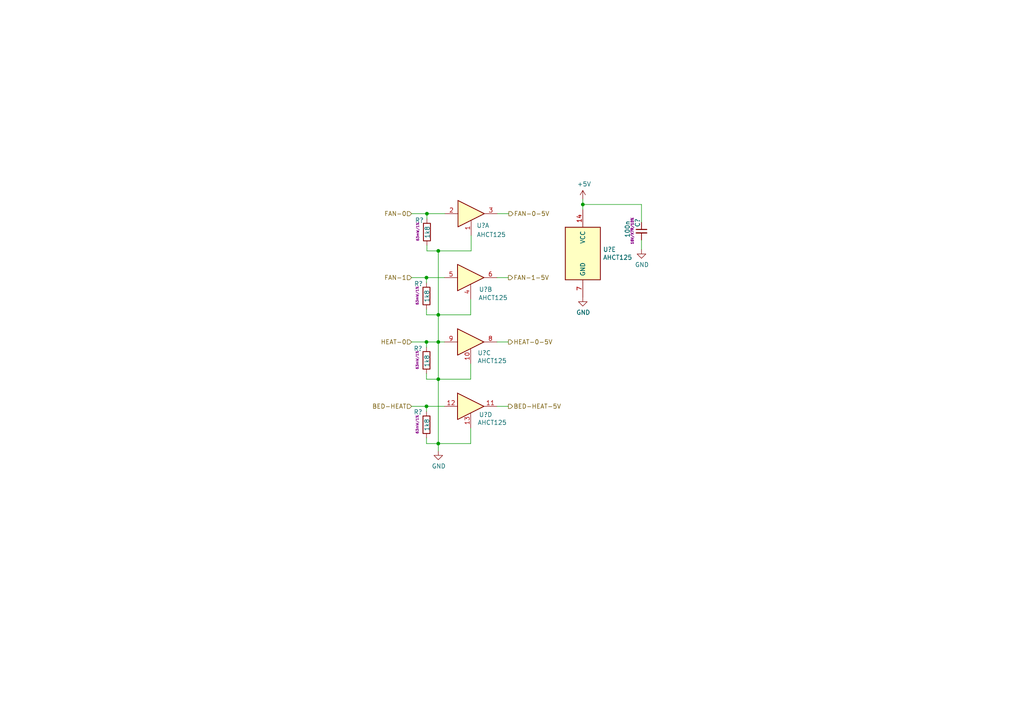
<source format=kicad_sch>
(kicad_sch (version 20231120) (generator "eeschema") (generator_version "8.0")
  (paper "A4")
  (title_block (title "Buddy") (date "2019-10-24") (rev "v1.0.0") (company "PRUSA Research s.r.o.") (comment 1 "http://creativecommons.org/licenses/by-sa/4.0/") (comment 2 "Licensed under the Attribution-ShareAlike 4.0 International (CC BY-SA 4.0)"))
  (lib_symbols
    (symbol "74xx:74LS126" (pin_names (offset 1.016))
      (property "Reference" "U" (at 0 1.27 0))
      (property "Value" "74LS126" (at 0 -1.27 0))
      (symbol "74LS126_1_0"
        (polyline (pts (xy -3.81 3.81) (xy -3.81 -3.81) (xy 3.81 0) (xy -3.81 3.81)) (stroke (width 0.254)) (fill (type background)))
        (pin input line (at 0 -6.35 90) (length 4.445) (name "~") (number "1"))
        (pin input line (at -7.62 0 0) (length 3.81) (name "~") (number "2"))
        (pin tri_state line (at 7.62 0 180) (length 3.81) (name "~") (number "3"))
      )
      (symbol "74LS126_2_0"
        (polyline (pts (xy -3.81 3.81) (xy -3.81 -3.81) (xy 3.81 0) (xy -3.81 3.81)) (stroke (width 0.254)) (fill (type background)))
        (pin input line (at 0 -6.35 90) (length 4.445) (name "~") (number "4"))
        (pin input line (at -7.62 0 0) (length 3.81) (name "~") (number "5"))
        (pin tri_state line (at 7.62 0 180) (length 3.81) (name "~") (number "6"))
      )
      (symbol "74LS126_3_0"
        (polyline (pts (xy -3.81 3.81) (xy -3.81 -3.81) (xy 3.81 0) (xy -3.81 3.81)) (stroke (width 0.254)) (fill (type background)))
        (pin input line (at 0 -6.35 90) (length 4.445) (name "~") (number "10"))
        (pin tri_state line (at 7.62 0 180) (length 3.81) (name "~") (number "8"))
        (pin input line (at -7.62 0 0) (length 3.81) (name "~") (number "9"))
      )
      (symbol "74LS126_4_0"
        (polyline (pts (xy -3.81 3.81) (xy -3.81 -3.81) (xy 3.81 0) (xy -3.81 3.81)) (stroke (width 0.254)) (fill (type background)))
        (pin tri_state line (at 7.62 0 180) (length 3.81) (name "~") (number "11"))
        (pin input line (at -7.62 0 0) (length 3.81) (name "~") (number "12"))
        (pin input line (at 0 -6.35 90) (length 4.445) (name "~") (number "13"))
      )
      (symbol "74LS126_5_0"
        (pin power_in line (at 0 12.7 270) (length 5.08) (name "VCC") (number "14"))
        (pin power_in line (at 0 -12.7 90) (length 5.08) (name "GND") (number "7"))
      )
      (symbol "74LS126_5_1"
        (rectangle (start -5.08 7.62) (end 5.08 -7.62) (stroke (width 0.254)) (fill (type background)))
      )
    )
    (symbol "BUDDY_v1.0.0-rescue:+5V-power" (power) (pin_names (offset 0))
      (property "Value" "power:+5V" (at 0 3.556 0))
      (symbol "+5V-power_0_1"
        (polyline (pts (xy -0.762 1.27) (xy 0 2.54)))
        (polyline (pts (xy 0 0) (xy 0 2.54)))
        (polyline (pts (xy 0 2.54) (xy 0.762 1.27)))
      )
      (symbol "+5V-power_1_1"
        (pin power_in line (at 0 0 90) (length 0) hide (name "+5V") (number "1"))
      )
    )
    (symbol "BUDDY_v1.0.0-rescue:GND-power" (power) (pin_names (offset 0))
      (property "Value" "power:GND" (at 0 -3.81 0))
      (symbol "GND-power_0_1"
        (polyline (pts (xy 0 0) (xy 0 -1.27) (xy 1.27 -1.27) (xy 0 -2.54) (xy -1.27 -1.27) (xy 0 -1.27)))
      )
      (symbol "GND-power_1_1"
        (pin power_in line (at 0 0 270) (length 0) hide (name "GND") (number "1"))
      )
    )
    (symbol "Device:C_Small" (pin_numbers hide) (pin_names (offset 0.254) hide)
      (property "Reference" "C" (at 0.254 1.778 0))
      (property "Value" "C_Small" (at 0.254 -2.032 0))
      (symbol "C_Small_0_1"
        (polyline (pts (xy -1.524 -0.508) (xy 1.524 -0.508)) (stroke (width 0.3302)))
        (polyline (pts (xy -1.524 0.508) (xy 1.524 0.508)) (stroke (width 0.3048)))
      )
      (symbol "C_Small_1_1"
        (pin passive line (at 0 2.54 270) (length 2.032) (name "~") (number "1"))
        (pin passive line (at 0 -2.54 90) (length 2.032) (name "~") (number "2"))
      )
    )
    (symbol "Device:R" (pin_numbers hide) (pin_names (offset 0))
      (property "Reference" "R" (at 2.032 0 90))
      (property "Value" "R" (at 0 0 90))
      (symbol "R_0_1"
        (rectangle (start -1.016 -2.54) (end 1.016 2.54) (stroke (width 0.254)))
      )
      (symbol "R_1_1"
        (pin passive line (at 0 3.81 270) (length 1.27) (name "~") (number "1"))
        (pin passive line (at 0 -3.81 90) (length 1.27) (name "~") (number "2"))
      )
    )
  )
  (junction (at 123.698 99.187))
  (junction (at 127.127 99.187))
  (junction (at 123.698 117.856))
  (junction (at 123.698 80.518))
  (junction (at 169.037 59.309))
  (junction (at 127.127 72.771))
  (junction (at 127.127 109.982))
  (junction (at 127.127 128.651))
  (junction (at 123.825 61.976))
  (junction (at 127.127 91.313))
  (wire (pts (xy 127.127 91.313) (xy 136.525 91.313)))
  (wire (pts (xy 127.127 99.187) (xy 128.905 99.187)))
  (wire (pts (xy 123.825 72.771) (xy 127.127 72.771)))
  (wire (pts (xy 127.127 72.771) (xy 136.652 72.771)))
  (wire (pts (xy 119.38 80.518) (xy 123.698 80.518)))
  (wire (pts (xy 127.127 72.771) (xy 127.127 91.313)))
  (wire (pts (xy 123.698 127) (xy 123.698 128.651)))
  (wire (pts (xy 123.698 109.982) (xy 127.127 109.982)))
  (wire (pts (xy 123.698 100.711) (xy 123.698 99.187)))
  (wire (pts (xy 123.698 128.651) (xy 127.127 128.651)))
  (wire (pts (xy 186.055 64.516) (xy 186.055 59.309)))
  (wire (pts (xy 136.525 128.651) (xy 136.525 124.206)))
  (wire (pts (xy 123.698 89.662) (xy 123.698 91.313)))
  (wire (pts (xy 123.698 119.38) (xy 123.698 117.856)))
  (wire (pts (xy 144.145 117.856) (xy 147.447 117.856)))
  (wire (pts (xy 119.38 99.187) (xy 123.698 99.187)))
  (wire (pts (xy 123.825 61.976) (xy 129.032 61.976)))
  (wire (pts (xy 119.38 117.856) (xy 123.698 117.856)))
  (wire (pts (xy 127.127 128.651) (xy 136.525 128.651)))
  (wire (pts (xy 123.698 80.518) (xy 128.905 80.518)))
  (wire (pts (xy 123.698 108.331) (xy 123.698 109.982)))
  (wire (pts (xy 169.037 59.309) (xy 169.037 57.785)))
  (wire (pts (xy 127.127 91.313) (xy 127.127 99.187)))
  (wire (pts (xy 123.825 63.5) (xy 123.825 61.976)))
  (wire (pts (xy 123.698 82.042) (xy 123.698 80.518)))
  (wire (pts (xy 186.055 59.309) (xy 169.037 59.309)))
  (wire (pts (xy 123.698 117.856) (xy 128.905 117.856)))
  (wire (pts (xy 123.825 61.976) (xy 119.38 61.976)))
  (wire (pts (xy 127.127 109.982) (xy 136.525 109.982)))
  (wire (pts (xy 169.037 60.833) (xy 169.037 59.309)))
  (wire (pts (xy 123.825 71.12) (xy 123.825 72.771)))
  (wire (pts (xy 144.145 80.518) (xy 147.447 80.518)))
  (wire (pts (xy 144.145 99.187) (xy 147.447 99.187)))
  (wire (pts (xy 136.525 91.313) (xy 136.525 86.868)))
  (wire (pts (xy 123.698 99.187) (xy 127.127 99.187)))
  (wire (pts (xy 127.127 109.982) (xy 127.127 128.651)))
  (wire (pts (xy 136.525 109.982) (xy 136.525 105.537)))
  (wire (pts (xy 127.127 128.651) (xy 127.127 130.81)))
  (wire (pts (xy 123.698 91.313) (xy 127.127 91.313)))
  (wire (pts (xy 144.272 61.976) (xy 147.574 61.976)))
  (wire (pts (xy 136.652 72.771) (xy 136.652 68.326)))
  (wire (pts (xy 186.055 69.596) (xy 186.055 72.39)))
  (wire (pts (xy 127.127 99.187) (xy 127.127 109.982)))
  (hierarchical_label "BED-HEAT-5V" (shape output) (at 147.447 117.856 0))
  (hierarchical_label "FAN-1-5V" (shape output) (at 147.447 80.518 0))
  (hierarchical_label "BED-HEAT" (shape input) (at 119.38 117.856 180))
  (hierarchical_label "HEAT-0-5V" (shape output) (at 147.447 99.187 0))
  (hierarchical_label "FAN-1" (shape input) (at 119.38 80.518 180))
  (hierarchical_label "HEAT-0" (shape input) (at 119.38 99.187 180))
  (hierarchical_label "FAN-0-5V" (shape output) (at 147.574 61.976 0))
  (hierarchical_label "FAN-0" (shape input) (at 119.38 61.976 180))
  (symbol (lib_id "Device:R") (at 123.825 67.31 180) (unit 1)
    (property "Reference" "R62" (at 122.936 63.881 0) (effects (justify left)))
    (property "Value" "1k8" (at 123.952 65.532 90) (effects (justify left)))
    (property "Footprint" "A3IDES_footprints:R_0402_1005Metric" (effects (hide yes)))
    (property "req" "63mW/1%" (at 121.158 67.183 90) (effects (font (size 0.7112 0.7112))))
    (instances (project "" (path "" (reference "R?") (unit 1)) (path "" (reference "R62") (unit 1))))
  )
  (symbol (lib_id "Device:R") (at 123.698 85.852 180) (unit 1)
    (property "Reference" "R59" (at 122.682 82.296 0) (effects (justify left)))
    (property "Value" "1k8" (at 123.825 84.074 90) (effects (justify left)))
    (property "Footprint" "A3IDES_footprints:R_0402_1005Metric" (effects (hide yes)))
    (property "req" "63mW/1%" (at 121.031 85.725 90) (effects (font (size 0.7112 0.7112))))
    (instances (project "" (path "" (reference "R?") (unit 1)) (path "" (reference "R59") (unit 1))))
  )
  (symbol (lib_id "Device:R") (at 123.698 104.521 180) (unit 1)
    (property "Reference" "R60" (at 122.555 101.092 0) (effects (justify left)))
    (property "Value" "1k8" (at 123.825 102.87 90) (effects (justify left)))
    (property "Footprint" "A3IDES_footprints:R_0402_1005Metric" (effects (hide yes)))
    (property "req" "63mW/1%" (at 121.031 104.394 90) (effects (font (size 0.7112 0.7112))))
    (instances (project "" (path "" (reference "R?") (unit 1)) (path "" (reference "R60") (unit 1))))
  )
  (symbol (lib_id "Device:R") (at 123.698 123.19 180) (unit 1)
    (property "Reference" "R61" (at 122.555 119.507 0) (effects (justify left)))
    (property "Value" "1k8" (at 123.825 121.412 90) (effects (justify left)))
    (property "Footprint" "A3IDES_footprints:R_0402_1005Metric" (effects (hide yes)))
    (property "req" "63mW/1%" (at 121.031 123.063 90) (effects (font (size 0.7112 0.7112))))
    (instances (project "" (path "" (reference "R?") (unit 1)) (path "" (reference "R61") (unit 1))))
  )
  (symbol (lib_id "74xx:74LS126") (at 136.652 61.976 0) (unit 1)
    (property "Reference" "U5" (at 140.081 65.405 0))
    (property "Value" "AHCT125" (at 142.494 68.072 0))
    (property "Footprint" "A3IDES_footprints:Texas_S-PVQFN-N14_ThermalVias" (effects (hide yes)))
    (instances (project "" (path "" (reference "U?") (unit 1)) (path "" (reference "U5") (unit 1))))
  )
  (symbol (lib_id "74xx:74LS126") (at 136.525 80.518 0) (unit 2)
    (property "Reference" "U5" (at 140.843 83.947 0))
    (property "Value" "AHCT125" (at 143.002 86.36 0))
    (property "Footprint" "A3IDES_footprints:Texas_S-PVQFN-N14_ThermalVias" (effects (hide yes)))
    (instances (project "" (path "" (reference "U?") (unit 2)) (path "" (reference "U5") (unit 2))))
  )
  (symbol (lib_id "74xx:74LS126") (at 136.525 99.187 0) (unit 3)
    (property "Reference" "U5" (at 140.462 102.362 0))
    (property "Value" "AHCT125" (at 142.748 104.648 0))
    (property "Footprint" "A3IDES_footprints:Texas_S-PVQFN-N14_ThermalVias" (effects (hide yes)))
    (instances (project "" (path "" (reference "U?") (unit 3)) (path "" (reference "U5") (unit 3))))
  )
  (symbol (lib_id "74xx:74LS126") (at 136.525 117.856 0) (unit 4)
    (property "Reference" "U5" (at 140.843 120.269 0))
    (property "Value" "AHCT125" (at 142.748 122.555 0))
    (property "Footprint" "A3IDES_footprints:Texas_S-PVQFN-N14_ThermalVias" (effects (hide yes)))
    (instances (project "" (path "" (reference "U?") (unit 4)) (path "" (reference "U5") (unit 4))))
  )
  (symbol (lib_id "74xx:74LS126") (at 169.037 73.533 0) (unit 5)
    (property "Reference" "U5" (at 174.879 72.3646 0) (effects (justify left)))
    (property "Value" "AHCT125" (at 174.879 74.676 0) (effects (justify left)))
    (property "Footprint" "A3IDES_footprints:Texas_S-PVQFN-N14_ThermalVias" (effects (hide yes)))
    (instances (project "" (path "" (reference "U?") (unit 5)) (path "" (reference "U5") (unit 5))))
  )
  (symbol (lib_id "BUDDY_v1.0.0-rescue:GND-power") (at 127.127 130.81 0) (unit 1)
    (property "Reference" "#PWR094" (effects (hide yes)))
    (property "Value" "GND" (at 127.254 135.2042 0))
    (instances (project "" (path "" (reference "#PWR?") (unit 1)) (path "" (reference "#PWR094") (unit 1))))
  )
  (symbol (lib_id "BUDDY_v1.0.0-rescue:GND-power") (at 169.037 86.233 0) (unit 1)
    (property "Reference" "#PWR096" (effects (hide yes)))
    (property "Value" "GND" (at 169.164 90.6272 0))
    (instances (project "" (path "" (reference "#PWR?") (unit 1)) (path "" (reference "#PWR096") (unit 1))))
  )
  (symbol (lib_id "BUDDY_v1.0.0-rescue:+5V-power") (at 169.037 57.785 0) (unit 1)
    (property "Reference" "#PWR095" (effects (hide yes)))
    (property "Value" "+5V" (at 169.418 53.3908 0))
    (instances (project "" (path "" (reference "#PWR?") (unit 1)) (path "" (reference "#PWR095") (unit 1))))
  )
  (symbol (lib_id "BUDDY_v1.0.0-rescue:GND-power") (at 186.055 72.39 0) (unit 1)
    (property "Reference" "#PWR097" (effects (hide yes)))
    (property "Value" "GND" (at 186.182 76.7842 0))
    (instances (project "" (path "" (reference "#PWR?") (unit 1)) (path "" (reference "#PWR097") (unit 1))))
  )
  (symbol (lib_id "Device:C_Small") (at 186.055 67.056 0) (unit 1)
    (property "Reference" "C?" (at 184.912 65.913 90) (effects (justify left)))
    (property "Value" "100n" (at 181.991 68.961 90) (effects (justify left)))
    (property "Footprint" "A3IDES_footprints:C_0402_1005Metric" (effects (hide yes)))
    (property "req" "16V/X7R/10%" (at 183.388 70.866 90) (effects (font (size 0.7112 0.7112)) (justify left)))
    (instances (project "" (path "" (reference "C?") (unit 1)) (path "" (reference "C?") (unit 1)) (path "" (reference "C13") (unit 1)) (path "" (reference "C?") (unit 1))))
  )
)
</source>
